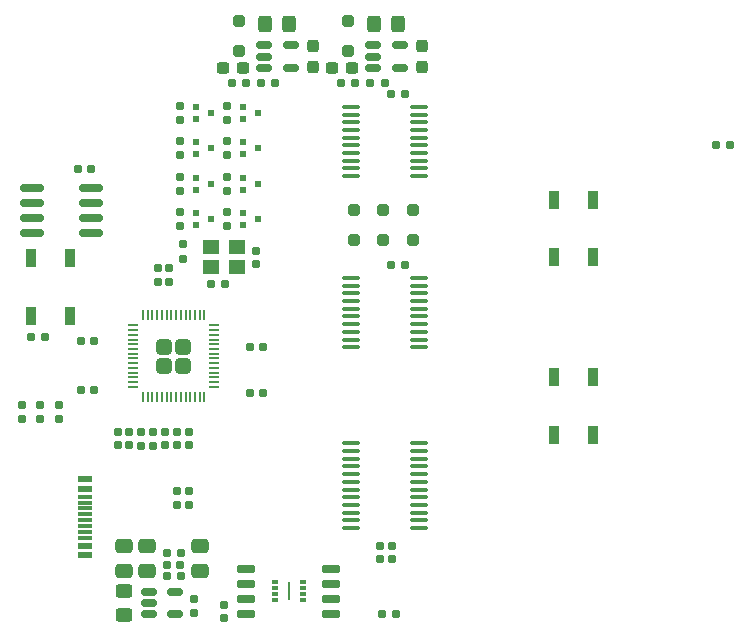
<source format=gbr>
%TF.GenerationSoftware,KiCad,Pcbnew,7.0.5-7.0.5~ubuntu20.04.1*%
%TF.CreationDate,2023-07-05T21:04:24+02:00*%
%TF.ProjectId,sao_eprom_v2,73616f5f-6570-4726-9f6d-5f76322e6b69,rev?*%
%TF.SameCoordinates,Original*%
%TF.FileFunction,Paste,Top*%
%TF.FilePolarity,Positive*%
%FSLAX46Y46*%
G04 Gerber Fmt 4.6, Leading zero omitted, Abs format (unit mm)*
G04 Created by KiCad (PCBNEW 7.0.5-7.0.5~ubuntu20.04.1) date 2023-07-05 21:04:24*
%MOMM*%
%LPD*%
G01*
G04 APERTURE LIST*
G04 Aperture macros list*
%AMRoundRect*
0 Rectangle with rounded corners*
0 $1 Rounding radius*
0 $2 $3 $4 $5 $6 $7 $8 $9 X,Y pos of 4 corners*
0 Add a 4 corners polygon primitive as box body*
4,1,4,$2,$3,$4,$5,$6,$7,$8,$9,$2,$3,0*
0 Add four circle primitives for the rounded corners*
1,1,$1+$1,$2,$3*
1,1,$1+$1,$4,$5*
1,1,$1+$1,$6,$7*
1,1,$1+$1,$8,$9*
0 Add four rect primitives between the rounded corners*
20,1,$1+$1,$2,$3,$4,$5,0*
20,1,$1+$1,$4,$5,$6,$7,0*
20,1,$1+$1,$6,$7,$8,$9,0*
20,1,$1+$1,$8,$9,$2,$3,0*%
G04 Aperture macros list end*
%ADD10RoundRect,0.250000X0.250000X-0.250000X0.250000X0.250000X-0.250000X0.250000X-0.250000X-0.250000X0*%
%ADD11RoundRect,0.160000X-0.160000X0.197500X-0.160000X-0.197500X0.160000X-0.197500X0.160000X0.197500X0*%
%ADD12RoundRect,0.150000X-0.512500X-0.150000X0.512500X-0.150000X0.512500X0.150000X-0.512500X0.150000X0*%
%ADD13RoundRect,0.155000X0.212500X0.155000X-0.212500X0.155000X-0.212500X-0.155000X0.212500X-0.155000X0*%
%ADD14RoundRect,0.160000X0.197500X0.160000X-0.197500X0.160000X-0.197500X-0.160000X0.197500X-0.160000X0*%
%ADD15R,0.900000X1.500000*%
%ADD16RoundRect,0.155000X0.155000X-0.212500X0.155000X0.212500X-0.155000X0.212500X-0.155000X-0.212500X0*%
%ADD17R,0.600000X0.500000*%
%ADD18RoundRect,0.160000X0.160000X-0.197500X0.160000X0.197500X-0.160000X0.197500X-0.160000X-0.197500X0*%
%ADD19RoundRect,0.100000X0.637500X0.100000X-0.637500X0.100000X-0.637500X-0.100000X0.637500X-0.100000X0*%
%ADD20RoundRect,0.155000X-0.212500X-0.155000X0.212500X-0.155000X0.212500X0.155000X-0.212500X0.155000X0*%
%ADD21RoundRect,0.160000X-0.197500X-0.160000X0.197500X-0.160000X0.197500X0.160000X-0.197500X0.160000X0*%
%ADD22RoundRect,0.155000X-0.155000X0.212500X-0.155000X-0.212500X0.155000X-0.212500X0.155000X0.212500X0*%
%ADD23RoundRect,0.150000X0.650000X0.150000X-0.650000X0.150000X-0.650000X-0.150000X0.650000X-0.150000X0*%
%ADD24RoundRect,0.250000X0.325000X0.450000X-0.325000X0.450000X-0.325000X-0.450000X0.325000X-0.450000X0*%
%ADD25RoundRect,0.249999X0.395001X0.395001X-0.395001X0.395001X-0.395001X-0.395001X0.395001X-0.395001X0*%
%ADD26RoundRect,0.050000X0.387500X0.050000X-0.387500X0.050000X-0.387500X-0.050000X0.387500X-0.050000X0*%
%ADD27RoundRect,0.050000X0.050000X0.387500X-0.050000X0.387500X-0.050000X-0.387500X0.050000X-0.387500X0*%
%ADD28RoundRect,0.237500X-0.300000X-0.237500X0.300000X-0.237500X0.300000X0.237500X-0.300000X0.237500X0*%
%ADD29RoundRect,0.250000X0.475000X-0.337500X0.475000X0.337500X-0.475000X0.337500X-0.475000X-0.337500X0*%
%ADD30RoundRect,0.150000X-0.825000X-0.150000X0.825000X-0.150000X0.825000X0.150000X-0.825000X0.150000X0*%
%ADD31RoundRect,0.250000X-0.475000X0.337500X-0.475000X-0.337500X0.475000X-0.337500X0.475000X0.337500X0*%
%ADD32RoundRect,0.100000X-0.637500X-0.100000X0.637500X-0.100000X0.637500X0.100000X-0.637500X0.100000X0*%
%ADD33RoundRect,0.250000X-0.450000X0.325000X-0.450000X-0.325000X0.450000X-0.325000X0.450000X0.325000X0*%
%ADD34RoundRect,0.237500X0.237500X-0.300000X0.237500X0.300000X-0.237500X0.300000X-0.237500X-0.300000X0*%
%ADD35R,1.400000X1.200000*%
%ADD36R,1.240000X0.600000*%
%ADD37R,1.240000X0.300000*%
%ADD38R,0.490000X0.350000*%
%ADD39R,0.200000X1.600000*%
G04 APERTURE END LIST*
D10*
%TO.C,D1*%
X155000000Y-51250000D03*
X155000000Y-48750000D03*
%TD*%
%TO.C,D3*%
X160000000Y-51250000D03*
X160000000Y-48750000D03*
%TD*%
D11*
%TO.C,R4*%
X126875000Y-65250000D03*
X126875000Y-66445000D03*
%TD*%
D12*
%TO.C,U8*%
X137612500Y-81050000D03*
X137612500Y-82000000D03*
X137612500Y-82950000D03*
X139887500Y-82950000D03*
X139887500Y-81050000D03*
%TD*%
D13*
%TO.C,C17*%
X147335000Y-64250000D03*
X146200000Y-64250000D03*
%TD*%
D14*
%TO.C,R14*%
X157597500Y-38000000D03*
X156402500Y-38000000D03*
%TD*%
D15*
%TO.C,D16*%
X171950000Y-67750000D03*
X175250000Y-67750000D03*
X175250000Y-62850000D03*
X171950000Y-62850000D03*
%TD*%
D16*
%TO.C,C21*%
X141000000Y-68667500D03*
X141000000Y-67532500D03*
%TD*%
D17*
%TO.C,Q6*%
X145600000Y-49000000D03*
X145600000Y-50000000D03*
X146900000Y-49500000D03*
%TD*%
D18*
%TO.C,R6*%
X140000000Y-73695000D03*
X140000000Y-72500000D03*
%TD*%
D10*
%TO.C,D5*%
X145250000Y-35250000D03*
X145250000Y-32750000D03*
%TD*%
D19*
%TO.C,U6*%
X160475000Y-75650000D03*
X160475000Y-75000000D03*
X160475000Y-74350000D03*
X160475000Y-73700000D03*
X160475000Y-73050000D03*
X160475000Y-72400000D03*
X160475000Y-71750000D03*
X160475000Y-71100000D03*
X160475000Y-70450000D03*
X160475000Y-69800000D03*
X160475000Y-69150000D03*
X160475000Y-68500000D03*
X154750000Y-68500000D03*
X154750000Y-69150000D03*
X154750000Y-69800000D03*
X154750000Y-70450000D03*
X154750000Y-71100000D03*
X154750000Y-71750000D03*
X154750000Y-72400000D03*
X154750000Y-73050000D03*
X154750000Y-73700000D03*
X154750000Y-74350000D03*
X154750000Y-75000000D03*
X154750000Y-75650000D03*
%TD*%
D18*
%TO.C,R16*%
X140250000Y-44097500D03*
X140250000Y-42902500D03*
%TD*%
D20*
%TO.C,C20*%
X131865000Y-59850000D03*
X133000000Y-59850000D03*
%TD*%
D17*
%TO.C,Q2*%
X145600000Y-43000000D03*
X145600000Y-44000000D03*
X146900000Y-43500000D03*
%TD*%
D21*
%TO.C,R3*%
X127652500Y-59500000D03*
X128847500Y-59500000D03*
%TD*%
D20*
%TO.C,C29*%
X142932500Y-55000000D03*
X144067500Y-55000000D03*
%TD*%
D22*
%TO.C,C18*%
X139350000Y-53665000D03*
X139350000Y-54800000D03*
%TD*%
D12*
%TO.C,U9*%
X156612500Y-34800000D03*
X156612500Y-35750000D03*
X156612500Y-36700000D03*
X158887500Y-36700000D03*
X158887500Y-34800000D03*
%TD*%
D13*
%TO.C,C27*%
X159317500Y-53375000D03*
X158182500Y-53375000D03*
%TD*%
D17*
%TO.C,Q8*%
X145600000Y-40000000D03*
X145600000Y-41000000D03*
X146900000Y-40500000D03*
%TD*%
D23*
%TO.C,U1*%
X153100000Y-82905000D03*
X153100000Y-81635000D03*
X153100000Y-80365000D03*
X153100000Y-79095000D03*
X145900000Y-79095000D03*
X145900000Y-80365000D03*
X145900000Y-81635000D03*
X145900000Y-82905000D03*
%TD*%
D12*
%TO.C,U10*%
X147362500Y-34800000D03*
X147362500Y-35750000D03*
X147362500Y-36700000D03*
X149637500Y-36700000D03*
X149637500Y-34800000D03*
%TD*%
D16*
%TO.C,C4*%
X135000000Y-68667500D03*
X135000000Y-67532500D03*
%TD*%
D24*
%TO.C,L2*%
X158775000Y-33000000D03*
X156725000Y-33000000D03*
%TD*%
D25*
%TO.C,U2*%
X140550000Y-61900000D03*
X140550000Y-60300000D03*
X138950000Y-61900000D03*
X138950000Y-60300000D03*
D26*
X143187500Y-63700000D03*
X143187500Y-63300000D03*
X143187500Y-62900000D03*
X143187500Y-62500000D03*
X143187500Y-62100000D03*
X143187500Y-61700000D03*
X143187500Y-61300000D03*
X143187500Y-60900000D03*
X143187500Y-60500000D03*
X143187500Y-60100000D03*
X143187500Y-59700000D03*
X143187500Y-59300000D03*
X143187500Y-58900000D03*
X143187500Y-58500000D03*
D27*
X142350000Y-57662500D03*
X141950000Y-57662500D03*
X141550000Y-57662500D03*
X141150000Y-57662500D03*
X140750000Y-57662500D03*
X140350000Y-57662500D03*
X139950000Y-57662500D03*
X139550000Y-57662500D03*
X139150000Y-57662500D03*
X138750000Y-57662500D03*
X138350000Y-57662500D03*
X137950000Y-57662500D03*
X137550000Y-57662500D03*
X137150000Y-57662500D03*
D26*
X136312500Y-58500000D03*
X136312500Y-58900000D03*
X136312500Y-59300000D03*
X136312500Y-59700000D03*
X136312500Y-60100000D03*
X136312500Y-60500000D03*
X136312500Y-60900000D03*
X136312500Y-61300000D03*
X136312500Y-61700000D03*
X136312500Y-62100000D03*
X136312500Y-62500000D03*
X136312500Y-62900000D03*
X136312500Y-63300000D03*
X136312500Y-63700000D03*
D27*
X137150000Y-64537500D03*
X137550000Y-64537500D03*
X137950000Y-64537500D03*
X138350000Y-64537500D03*
X138750000Y-64537500D03*
X139150000Y-64537500D03*
X139550000Y-64537500D03*
X139950000Y-64537500D03*
X140350000Y-64537500D03*
X140750000Y-64537500D03*
X141150000Y-64537500D03*
X141550000Y-64537500D03*
X141950000Y-64537500D03*
X142350000Y-64537500D03*
%TD*%
D28*
%TO.C,C9*%
X153137500Y-36750000D03*
X154862500Y-36750000D03*
%TD*%
D29*
%TO.C,C7*%
X137500000Y-79287500D03*
X137500000Y-77212500D03*
%TD*%
D17*
%TO.C,Q7*%
X141600000Y-40000000D03*
X141600000Y-41000000D03*
X142900000Y-40500000D03*
%TD*%
D15*
%TO.C,D15*%
X171975000Y-52750000D03*
X175275000Y-52750000D03*
X175275000Y-47850000D03*
X171975000Y-47850000D03*
%TD*%
D28*
%TO.C,C11*%
X143887500Y-36750000D03*
X145612500Y-36750000D03*
%TD*%
D11*
%TO.C,R5*%
X130000000Y-65250000D03*
X130000000Y-66445000D03*
%TD*%
D17*
%TO.C,Q1*%
X141600000Y-43000000D03*
X141600000Y-44000000D03*
X142900000Y-43500000D03*
%TD*%
D18*
%TO.C,R7*%
X141000000Y-73695000D03*
X141000000Y-72500000D03*
%TD*%
D30*
%TO.C,U3*%
X127775000Y-46845000D03*
X127775000Y-48115000D03*
X127775000Y-49385000D03*
X127775000Y-50655000D03*
X132725000Y-50655000D03*
X132725000Y-49385000D03*
X132725000Y-48115000D03*
X132725000Y-46845000D03*
%TD*%
D13*
%TO.C,C16*%
X147334842Y-60350000D03*
X146199842Y-60350000D03*
%TD*%
%TO.C,C28*%
X159317500Y-38950000D03*
X158182500Y-38950000D03*
%TD*%
D31*
%TO.C,C12*%
X142000000Y-77212500D03*
X142000000Y-79287500D03*
%TD*%
D18*
%TO.C,R2*%
X144250000Y-50097500D03*
X144250000Y-48902500D03*
%TD*%
D22*
%TO.C,C15*%
X144000000Y-82182500D03*
X144000000Y-83317500D03*
%TD*%
D32*
%TO.C,U7*%
X154750000Y-40000000D03*
X154750000Y-40650000D03*
X154750000Y-41300000D03*
X154750000Y-41950000D03*
X154750000Y-42600000D03*
X154750000Y-43250000D03*
X154750000Y-43900000D03*
X154750000Y-44550000D03*
X154750000Y-45200000D03*
X154750000Y-45850000D03*
X160475000Y-45850000D03*
X160475000Y-45200000D03*
X160475000Y-44550000D03*
X160475000Y-43900000D03*
X160475000Y-43250000D03*
X160475000Y-42600000D03*
X160475000Y-41950000D03*
X160475000Y-41300000D03*
X160475000Y-40650000D03*
X160475000Y-40000000D03*
%TD*%
D11*
%TO.C,R21*%
X140500000Y-51652500D03*
X140500000Y-52847500D03*
%TD*%
D17*
%TO.C,Q3*%
X141600000Y-46000000D03*
X141600000Y-47000000D03*
X142900000Y-46500000D03*
%TD*%
D20*
%TO.C,C19*%
X131865000Y-63950000D03*
X133000000Y-63950000D03*
%TD*%
D24*
%TO.C,L3*%
X149525000Y-33000000D03*
X147475000Y-33000000D03*
%TD*%
D29*
%TO.C,C13*%
X135500000Y-79287500D03*
X135500000Y-77212500D03*
%TD*%
D14*
%TO.C,R12*%
X155097500Y-38000000D03*
X153902500Y-38000000D03*
%TD*%
%TO.C,R11*%
X140347500Y-79750000D03*
X139152500Y-79750000D03*
%TD*%
D21*
%TO.C,R10*%
X139152500Y-77750000D03*
X140347500Y-77750000D03*
%TD*%
D14*
%TO.C,R15*%
X148347500Y-38000000D03*
X147152500Y-38000000D03*
%TD*%
D18*
%TO.C,R23*%
X144250000Y-41097500D03*
X144250000Y-39902500D03*
%TD*%
D22*
%TO.C,C25*%
X158250000Y-77182500D03*
X158250000Y-78317500D03*
%TD*%
D10*
%TO.C,D4*%
X154500000Y-35250000D03*
X154500000Y-32750000D03*
%TD*%
D33*
%TO.C,L1*%
X135500000Y-80975000D03*
X135500000Y-83025000D03*
%TD*%
D13*
%TO.C,C14*%
X132750000Y-45250000D03*
X131615000Y-45250000D03*
%TD*%
D16*
%TO.C,C3*%
X136000000Y-68667500D03*
X136000000Y-67532500D03*
%TD*%
D22*
%TO.C,C23*%
X146750000Y-52182500D03*
X146750000Y-53317500D03*
%TD*%
D32*
%TO.C,U4*%
X154750000Y-54500000D03*
X154750000Y-55150000D03*
X154750000Y-55800000D03*
X154750000Y-56450000D03*
X154750000Y-57100000D03*
X154750000Y-57750000D03*
X154750000Y-58400000D03*
X154750000Y-59050000D03*
X154750000Y-59700000D03*
X154750000Y-60350000D03*
X160475000Y-60350000D03*
X160475000Y-59700000D03*
X160475000Y-59050000D03*
X160475000Y-58400000D03*
X160475000Y-57750000D03*
X160475000Y-57100000D03*
X160475000Y-56450000D03*
X160475000Y-55800000D03*
X160475000Y-55150000D03*
X160475000Y-54500000D03*
%TD*%
D34*
%TO.C,C8*%
X160750000Y-36612500D03*
X160750000Y-34887500D03*
%TD*%
D20*
%TO.C,C5*%
X139182500Y-78750000D03*
X140317500Y-78750000D03*
%TD*%
D16*
%TO.C,C2*%
X139000000Y-68667500D03*
X139000000Y-67532500D03*
%TD*%
D17*
%TO.C,Q4*%
X145600000Y-46000000D03*
X145600000Y-47000000D03*
X146900000Y-46500000D03*
%TD*%
D15*
%TO.C,D6*%
X127650000Y-57700000D03*
X130950000Y-57700000D03*
X130950000Y-52800000D03*
X127650000Y-52800000D03*
%TD*%
D18*
%TO.C,R18*%
X140250000Y-47097500D03*
X140250000Y-45902500D03*
%TD*%
D10*
%TO.C,D2*%
X157500000Y-51250000D03*
X157500000Y-48750000D03*
%TD*%
D35*
%TO.C,Y1*%
X142900000Y-53600000D03*
X145100000Y-53600000D03*
X145100000Y-51900000D03*
X142900000Y-51900000D03*
%TD*%
D20*
%TO.C,C26*%
X185682500Y-43250000D03*
X186817500Y-43250000D03*
%TD*%
D18*
%TO.C,R22*%
X140250000Y-41097500D03*
X140250000Y-39902500D03*
%TD*%
D34*
%TO.C,C10*%
X151500000Y-36612500D03*
X151500000Y-34887500D03*
%TD*%
D36*
%TO.C,J2*%
X132250000Y-71550000D03*
X132250000Y-72350000D03*
D37*
X132250000Y-73500000D03*
X132250000Y-74500000D03*
X132250000Y-75000000D03*
X132250000Y-76000000D03*
D36*
X132250000Y-77150000D03*
X132250000Y-77950000D03*
X132250000Y-77950000D03*
X132250000Y-77150000D03*
D37*
X132250000Y-76500000D03*
X132250000Y-75500000D03*
X132250000Y-74000000D03*
X132250000Y-73000000D03*
D36*
X132250000Y-72350000D03*
X132250000Y-71550000D03*
%TD*%
D16*
%TO.C,C6*%
X141500000Y-82817500D03*
X141500000Y-81682500D03*
%TD*%
D38*
%TO.C,U11*%
X150720000Y-81750000D03*
X150720000Y-81250000D03*
X150720000Y-80750000D03*
X150720000Y-80250000D03*
X148280000Y-80250000D03*
X148280000Y-80750000D03*
X148280000Y-81250000D03*
X148280000Y-81750000D03*
D39*
X149500000Y-81000000D03*
%TD*%
D18*
%TO.C,R17*%
X144250000Y-44097500D03*
X144250000Y-42902500D03*
%TD*%
%TO.C,R9*%
X138000000Y-68697500D03*
X138000000Y-67502500D03*
%TD*%
D11*
%TO.C,R24*%
X128425000Y-65252500D03*
X128425000Y-66447500D03*
%TD*%
D17*
%TO.C,Q5*%
X141600000Y-49000000D03*
X141600000Y-50000000D03*
X142900000Y-49500000D03*
%TD*%
D16*
%TO.C,C1*%
X140000000Y-68667500D03*
X140000000Y-67532500D03*
%TD*%
D22*
%TO.C,C24*%
X157250000Y-77182500D03*
X157250000Y-78317500D03*
%TD*%
D18*
%TO.C,R1*%
X140250000Y-50097500D03*
X140250000Y-48902500D03*
%TD*%
D22*
%TO.C,C22*%
X138400000Y-53665000D03*
X138400000Y-54800000D03*
%TD*%
D14*
%TO.C,R20*%
X158597500Y-82900000D03*
X157402500Y-82900000D03*
%TD*%
D18*
%TO.C,R19*%
X144250000Y-47097500D03*
X144250000Y-45902500D03*
%TD*%
%TO.C,R8*%
X137000000Y-68697500D03*
X137000000Y-67502500D03*
%TD*%
D14*
%TO.C,R13*%
X145847500Y-38000000D03*
X144652500Y-38000000D03*
%TD*%
M02*

</source>
